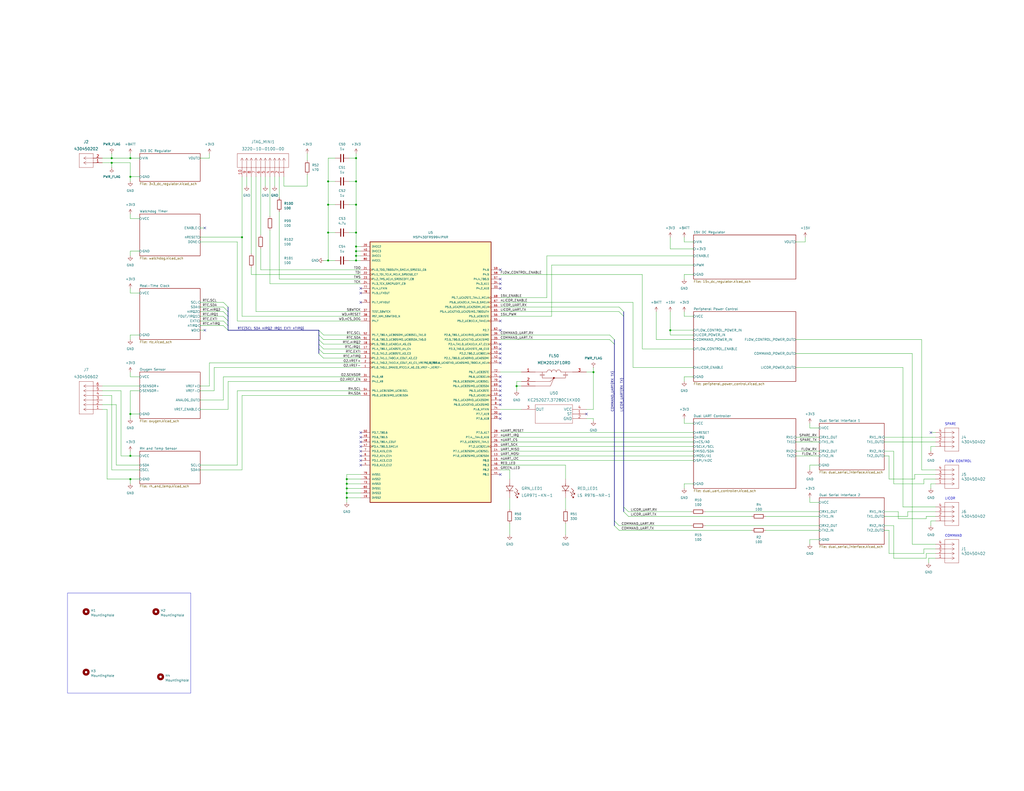
<source format=kicad_sch>
(kicad_sch (version 20230121) (generator eeschema)
  (paper "C")
  (title_block (title "PCO2 Sensor Board") (rev "201") (company "Engineering") (comment 2 "Matt Casari") (comment 4 "DRAFT"))
  (junction (at 179.07 127))
  (junction (at 194.31 139.7))
  (junction (at 71.12 86.36))
  (junction (at 323.85 203.2))
  (junction (at 132.08 129.54))
  (junction (at 194.31 142.24))
  (junction (at 189.23 266.7))
  (junction (at 365.76 180.34))
  (junction (at 60.96 88.9))
  (junction (at 189.23 264.16))
  (junction (at 189.23 271.78))
  (junction (at 179.07 142.24))
  (junction (at 194.31 127))
  (junction (at 179.07 99.06))
  (junction (at 189.23 261.62))
  (junction (at 281.94 210.82))
  (junction (at 71.12 96.52))
  (junction (at 71.12 226.06))
  (junction (at 71.12 261.62))
  (junction (at 194.31 134.62))
  (junction (at 194.31 86.36))
  (junction (at 179.07 111.76))
  (junction (at 194.31 99.06))
  (junction (at 71.12 248.92))
  (junction (at 189.23 269.24))
  (junction (at 194.31 137.16))
  (junction (at 60.96 86.36))
  (junction (at 194.31 111.76))
  (no_connect (at 273.05 226.06))
  (no_connect (at 196.85 236.22))
  (no_connect (at 273.05 205.74))
  (no_connect (at 273.05 187.96))
  (no_connect (at 111.76 180.34))
  (no_connect (at 273.05 193.04))
  (no_connect (at 196.85 241.3))
  (no_connect (at 320.04 226.06))
  (no_connect (at 196.85 238.76))
  (no_connect (at 273.05 195.58))
  (no_connect (at 196.85 157.48))
  (no_connect (at 273.05 208.28))
  (no_connect (at 273.05 210.82))
  (no_connect (at 273.05 180.34))
  (no_connect (at 273.05 190.5))
  (no_connect (at 273.05 154.94))
  (no_connect (at 273.05 147.32))
  (no_connect (at 273.05 218.44))
  (no_connect (at 508 236.22))
  (no_connect (at 273.05 220.98))
  (no_connect (at 273.05 228.6))
  (no_connect (at 273.05 215.9))
  (no_connect (at 273.05 213.36))
  (no_connect (at 196.85 165.1))
  (no_connect (at 196.85 254))
  (no_connect (at 196.85 160.02))
  (no_connect (at 196.85 243.84))
  (no_connect (at 196.85 251.46))
  (no_connect (at 111.76 124.46))
  (no_connect (at 273.05 259.08))
  (no_connect (at 273.05 198.12))
  (no_connect (at 273.05 175.26))
  (no_connect (at 273.05 152.4))
  (no_connect (at 196.85 248.92))
  (no_connect (at 196.85 246.38))
  (no_connect (at 273.05 157.48))
  (bus_entry (at 173.99 185.42) (size 2.54 2.54))
  (bus_entry (at 173.99 182.88) (size 2.54 2.54))
  (bus_entry (at 173.99 193.04) (size 2.54 2.54))
  (bus_entry (at 173.99 187.96) (size 2.54 2.54))
  (bus_entry (at 173.99 190.5) (size 2.54 2.54))
  (bus_entry (at 335.28 187.96) (size -2.54 -2.54))
  (bus_entry (at 335.28 185.42) (size -2.54 -2.54))
  (bus_entry (at 340.36 172.72) (size -2.54 -2.54))
  (bus_entry (at 340.36 170.18) (size -2.54 -2.54))
  (bus_entry (at 173.99 180.34) (size 2.54 2.54))
  (bus_entry (at 342.9 279.4) (size -2.54 -2.54))
  (bus_entry (at 337.82 287.02) (size -2.54 -2.54))
  (bus_entry (at 342.9 281.94) (size -2.54 -2.54))
  (bus_entry (at 337.82 289.56) (size -2.54 -2.54))
  (bus_entry (at 121.92 172.72) (size 2.54 2.54))
  (bus_entry (at 121.92 167.64) (size 2.54 2.54))
  (bus_entry (at 121.92 170.18) (size 2.54 2.54))
  (bus_entry (at 121.92 165.1) (size 2.54 2.54))
  (bus_entry (at 121.92 175.26) (size 2.54 2.54))
  (bus_entry (at 121.92 177.8) (size 2.54 2.54))
  (wire (pts (xy 278.13 271.78) (xy 278.13 278.13)))
  (wire (pts (xy 502.92 185.42) (xy 502.92 256.54)))
  (wire (pts (xy 373.38 231.14) (xy 378.46 231.14)))
  (wire (pts (xy 495.3 281.94) (xy 482.6 281.94)))
  (wire (pts (xy 485.14 248.92) (xy 485.14 261.62)))
  (wire (pts (xy 497.84 297.18) (xy 510.54 297.18)))
  (wire (pts (xy 273.05 149.86) (xy 350.52 149.86)))
  (wire (pts (xy 273.05 246.38) (xy 378.46 246.38)))
  (wire (pts (xy 281.94 210.82) (xy 281.94 213.36)))
  (wire (pts (xy 194.31 86.36) (xy 194.31 99.06)))
  (wire (pts (xy 485.14 261.62) (xy 499.11 261.62)))
  (wire (pts (xy 71.12 228.6) (xy 71.12 226.06)))
  (wire (pts (xy 482.6 241.3) (xy 510.54 241.3)))
  (wire (pts (xy 109.22 175.26) (xy 121.92 175.26)))
  (wire (pts (xy 63.5 254) (xy 76.2 254)))
  (bus (pts (xy 340.36 170.18) (xy 340.36 172.72)))
  (wire (pts (xy 179.07 99.06) (xy 179.07 111.76)))
  (wire (pts (xy 179.07 142.24) (xy 182.88 142.24)))
  (wire (pts (xy 55.88 210.82) (xy 76.2 210.82)))
  (wire (pts (xy 109.22 167.64) (xy 121.92 167.64)))
  (wire (pts (xy 194.31 83.82) (xy 194.31 86.36)))
  (wire (pts (xy 434.34 200.66) (xy 492.76 200.66)))
  (wire (pts (xy 504.19 299.72) (xy 510.54 299.72)))
  (wire (pts (xy 176.53 182.88) (xy 196.85 182.88)))
  (bus (pts (xy 173.99 193.04) (xy 173.99 190.5)))
  (wire (pts (xy 60.96 88.9) (xy 71.12 88.9)))
  (wire (pts (xy 485.14 302.26) (xy 504.19 302.26)))
  (bus (pts (xy 173.99 180.34) (xy 124.46 180.34)))
  (wire (pts (xy 152.4 115.57) (xy 152.4 152.4)))
  (wire (pts (xy 189.23 271.78) (xy 196.85 271.78)))
  (wire (pts (xy 439.42 132.08) (xy 439.42 129.54)))
  (wire (pts (xy 179.07 111.76) (xy 182.88 111.76)))
  (wire (pts (xy 487.68 246.38) (xy 487.68 264.16)))
  (wire (pts (xy 505.46 283.21) (xy 505.46 281.94)))
  (wire (pts (xy 504.19 302.26) (xy 504.19 299.72)))
  (wire (pts (xy 373.38 266.7) (xy 373.38 264.16)))
  (wire (pts (xy 278.13 256.54) (xy 278.13 261.62)))
  (wire (pts (xy 365.76 180.34) (xy 378.46 180.34)))
  (wire (pts (xy 508 264.16) (xy 508 266.7)))
  (wire (pts (xy 373.38 264.16) (xy 378.46 264.16)))
  (wire (pts (xy 273.05 165.1) (xy 345.44 165.1)))
  (wire (pts (xy 499.11 261.62) (xy 499.11 259.08)))
  (wire (pts (xy 71.12 119.38) (xy 71.12 116.84)))
  (wire (pts (xy 273.05 241.3) (xy 378.46 241.3)))
  (wire (pts (xy 76.2 137.16) (xy 71.12 137.16)))
  (wire (pts (xy 116.84 200.66) (xy 196.85 200.66)))
  (wire (pts (xy 71.12 185.42) (xy 71.12 182.88)))
  (wire (pts (xy 342.9 279.4) (xy 377.19 279.4)))
  (wire (pts (xy 109.22 180.34) (xy 111.76 180.34)))
  (wire (pts (xy 196.85 198.12) (xy 114.3 198.12)))
  (wire (pts (xy 132.08 215.9) (xy 132.08 256.54)))
  (wire (pts (xy 441.96 231.14) (xy 441.96 233.68)))
  (wire (pts (xy 298.45 139.7) (xy 378.46 139.7)))
  (wire (pts (xy 320.04 223.52) (xy 323.85 223.52)))
  (wire (pts (xy 350.52 149.86) (xy 350.52 190.5)))
  (wire (pts (xy 441.96 271.78) (xy 441.96 274.32)))
  (wire (pts (xy 129.54 254) (xy 129.54 213.36)))
  (wire (pts (xy 124.46 223.52) (xy 124.46 208.28)))
  (wire (pts (xy 194.31 111.76) (xy 194.31 127)))
  (wire (pts (xy 190.5 142.24) (xy 194.31 142.24)))
  (wire (pts (xy 273.05 170.18) (xy 337.82 170.18)))
  (wire (pts (xy 116.84 213.36) (xy 116.84 200.66)))
  (wire (pts (xy 323.85 203.2) (xy 320.04 203.2)))
  (wire (pts (xy 109.22 170.18) (xy 121.92 170.18)))
  (wire (pts (xy 273.05 236.22) (xy 378.46 236.22)))
  (wire (pts (xy 167.64 101.6) (xy 154.94 101.6)))
  (wire (pts (xy 508 287.02) (xy 508 284.48)))
  (bus (pts (xy 173.99 190.5) (xy 173.99 187.96)))
  (wire (pts (xy 323.85 228.6) (xy 323.85 229.87)))
  (bus (pts (xy 335.28 187.96) (xy 335.28 284.48)))
  (wire (pts (xy 504.19 261.62) (xy 510.54 261.62)))
  (wire (pts (xy 176.53 187.96) (xy 196.85 187.96)))
  (wire (pts (xy 189.23 259.08) (xy 189.23 261.62)))
  (wire (pts (xy 510.54 302.26) (xy 505.46 302.26)))
  (wire (pts (xy 63.5 220.98) (xy 63.5 254)))
  (wire (pts (xy 189.23 261.62) (xy 196.85 261.62)))
  (wire (pts (xy 114.3 198.12) (xy 114.3 210.82)))
  (wire (pts (xy 189.23 264.16) (xy 189.23 261.62)))
  (wire (pts (xy 495.3 279.4) (xy 495.3 281.94)))
  (wire (pts (xy 66.04 213.36) (xy 55.88 213.36)))
  (wire (pts (xy 129.54 175.26) (xy 196.85 175.26)))
  (wire (pts (xy 273.05 251.46) (xy 378.46 251.46)))
  (wire (pts (xy 358.14 170.18) (xy 358.14 185.42)))
  (wire (pts (xy 132.08 172.72) (xy 196.85 172.72)))
  (wire (pts (xy 308.61 254) (xy 308.61 261.62)))
  (wire (pts (xy 447.04 254) (xy 441.96 254)))
  (wire (pts (xy 441.96 274.32) (xy 447.04 274.32)))
  (wire (pts (xy 499.11 259.08) (xy 510.54 259.08)))
  (wire (pts (xy 139.7 170.18) (xy 196.85 170.18)))
  (wire (pts (xy 196.85 215.9) (xy 132.08 215.9)))
  (wire (pts (xy 194.31 134.62) (xy 194.31 137.16)))
  (wire (pts (xy 129.54 213.36) (xy 196.85 213.36)))
  (wire (pts (xy 434.34 132.08) (xy 439.42 132.08)))
  (wire (pts (xy 417.83 281.94) (xy 447.04 281.94)))
  (wire (pts (xy 365.76 182.88) (xy 378.46 182.88)))
  (wire (pts (xy 114.3 86.36) (xy 114.3 83.82)))
  (wire (pts (xy 273.05 238.76) (xy 378.46 238.76)))
  (wire (pts (xy 109.22 177.8) (xy 121.92 177.8)))
  (wire (pts (xy 373.38 170.18) (xy 373.38 172.72)))
  (wire (pts (xy 189.23 271.78) (xy 189.23 269.24)))
  (bus (pts (xy 124.46 172.72) (xy 124.46 175.26)))
  (wire (pts (xy 71.12 248.92) (xy 76.2 248.92)))
  (wire (pts (xy 167.64 95.25) (xy 167.64 101.6)))
  (wire (pts (xy 284.48 208.28) (xy 281.94 208.28)))
  (wire (pts (xy 71.12 88.9) (xy 71.12 96.52)))
  (wire (pts (xy 76.2 119.38) (xy 71.12 119.38)))
  (wire (pts (xy 147.32 96.52) (xy 147.32 118.11)))
  (wire (pts (xy 492.76 276.86) (xy 510.54 276.86)))
  (wire (pts (xy 490.22 279.4) (xy 490.22 283.21)))
  (wire (pts (xy 71.12 137.16) (xy 71.12 139.7)))
  (wire (pts (xy 55.88 86.36) (xy 60.96 86.36)))
  (wire (pts (xy 505.46 304.8) (xy 487.68 304.8)))
  (wire (pts (xy 109.22 132.08) (xy 129.54 132.08)))
  (wire (pts (xy 71.12 182.88) (xy 76.2 182.88)))
  (wire (pts (xy 434.34 248.92) (xy 447.04 248.92)))
  (wire (pts (xy 482.6 238.76) (xy 510.54 238.76)))
  (wire (pts (xy 281.94 208.28) (xy 281.94 210.82)))
  (wire (pts (xy 176.53 185.42) (xy 196.85 185.42)))
  (wire (pts (xy 502.92 256.54) (xy 510.54 256.54)))
  (wire (pts (xy 281.94 210.82) (xy 284.48 210.82)))
  (wire (pts (xy 482.6 289.56) (xy 485.14 289.56)))
  (wire (pts (xy 71.12 96.52) (xy 76.2 96.52)))
  (wire (pts (xy 384.81 287.02) (xy 447.04 287.02)))
  (wire (pts (xy 60.96 86.36) (xy 71.12 86.36)))
  (bus (pts (xy 173.99 185.42) (xy 173.99 182.88)))
  (wire (pts (xy 342.9 281.94) (xy 410.21 281.94)))
  (wire (pts (xy 179.07 86.36) (xy 182.88 86.36)))
  (wire (pts (xy 300.99 144.78) (xy 300.99 172.72)))
  (wire (pts (xy 278.13 285.75) (xy 278.13 292.1)))
  (wire (pts (xy 485.14 289.56) (xy 485.14 302.26)))
  (wire (pts (xy 508 236.22) (xy 510.54 236.22)))
  (wire (pts (xy 273.05 203.2) (xy 284.48 203.2)))
  (wire (pts (xy 66.04 213.36) (xy 66.04 248.92)))
  (wire (pts (xy 482.6 287.02) (xy 487.68 287.02)))
  (wire (pts (xy 134.62 96.52) (xy 134.62 101.6)))
  (wire (pts (xy 508 243.84) (xy 510.54 243.84)))
  (wire (pts (xy 60.96 215.9) (xy 60.96 256.54)))
  (wire (pts (xy 142.24 96.52) (xy 142.24 128.27)))
  (wire (pts (xy 71.12 246.38) (xy 71.12 248.92)))
  (wire (pts (xy 55.88 223.52) (xy 58.42 223.52)))
  (wire (pts (xy 142.24 147.32) (xy 196.85 147.32)))
  (wire (pts (xy 71.12 160.02) (xy 71.12 157.48)))
  (wire (pts (xy 194.31 139.7) (xy 196.85 139.7)))
  (wire (pts (xy 441.96 233.68) (xy 447.04 233.68)))
  (wire (pts (xy 373.38 132.08) (xy 378.46 132.08)))
  (wire (pts (xy 58.42 223.52) (xy 58.42 261.62)))
  (wire (pts (xy 189.23 266.7) (xy 189.23 264.16)))
  (wire (pts (xy 71.12 96.52) (xy 71.12 99.06)))
  (wire (pts (xy 447.04 294.64) (xy 441.96 294.64)))
  (wire (pts (xy 194.31 139.7) (xy 194.31 142.24)))
  (wire (pts (xy 55.88 88.9) (xy 60.96 88.9)))
  (wire (pts (xy 298.45 162.56) (xy 273.05 162.56)))
  (wire (pts (xy 132.08 129.54) (xy 132.08 172.72)))
  (wire (pts (xy 337.82 289.56) (xy 410.21 289.56)))
  (wire (pts (xy 147.32 154.94) (xy 196.85 154.94)))
  (wire (pts (xy 190.5 127) (xy 194.31 127)))
  (wire (pts (xy 189.23 259.08) (xy 196.85 259.08)))
  (wire (pts (xy 109.22 129.54) (xy 132.08 129.54)))
  (wire (pts (xy 194.31 99.06) (xy 194.31 111.76)))
  (bus (pts (xy 173.99 182.88) (xy 173.99 180.34)))
  (wire (pts (xy 384.81 279.4) (xy 447.04 279.4)))
  (wire (pts (xy 176.53 195.58) (xy 196.85 195.58)))
  (wire (pts (xy 482.6 279.4) (xy 490.22 279.4)))
  (wire (pts (xy 373.38 228.6) (xy 373.38 231.14)))
  (wire (pts (xy 273.05 185.42) (xy 332.74 185.42)))
  (wire (pts (xy 179.07 127) (xy 179.07 142.24)))
  (wire (pts (xy 139.7 96.52) (xy 139.7 170.18)))
  (wire (pts (xy 189.23 274.32) (xy 189.23 271.78)))
  (wire (pts (xy 320.04 228.6) (xy 323.85 228.6)))
  (wire (pts (xy 176.53 142.24) (xy 179.07 142.24)))
  (wire (pts (xy 365.76 135.89) (xy 378.46 135.89)))
  (wire (pts (xy 176.53 190.5) (xy 196.85 190.5)))
  (bus (pts (xy 173.99 187.96) (xy 173.99 185.42)))
  (wire (pts (xy 179.07 86.36) (xy 179.07 99.06)))
  (wire (pts (xy 365.76 129.54) (xy 365.76 135.89)))
  (wire (pts (xy 487.68 287.02) (xy 487.68 304.8)))
  (bus (pts (xy 124.46 170.18) (xy 124.46 172.72)))
  (bus (pts (xy 340.36 276.86) (xy 340.36 279.4)))
  (wire (pts (xy 60.96 88.9) (xy 60.96 91.44)))
  (wire (pts (xy 55.88 220.98) (xy 63.5 220.98)))
  (wire (pts (xy 121.92 205.74) (xy 196.85 205.74)))
  (wire (pts (xy 300.99 144.78) (xy 378.46 144.78)))
  (wire (pts (xy 337.82 287.02) (xy 377.19 287.02)))
  (wire (pts (xy 76.2 205.74) (xy 71.12 205.74)))
  (wire (pts (xy 71.12 160.02) (xy 76.2 160.02)))
  (wire (pts (xy 323.85 223.52) (xy 323.85 203.2)))
  (wire (pts (xy 60.96 215.9) (xy 55.88 215.9)))
  (wire (pts (xy 152.4 96.52) (xy 152.4 107.95)))
  (wire (pts (xy 154.94 96.52) (xy 154.94 101.6)))
  (wire (pts (xy 273.05 223.52) (xy 284.48 223.52)))
  (wire (pts (xy 147.32 125.73) (xy 147.32 154.94)))
  (wire (pts (xy 510.54 279.4) (xy 495.3 279.4)))
  (wire (pts (xy 490.22 283.21) (xy 505.46 283.21)))
  (bus (pts (xy 124.46 177.8) (xy 124.46 180.34)))
  (wire (pts (xy 114.3 210.82) (xy 109.22 210.82)))
  (wire (pts (xy 142.24 135.89) (xy 142.24 147.32)))
  (wire (pts (xy 58.42 261.62) (xy 71.12 261.62)))
  (wire (pts (xy 121.92 218.44) (xy 121.92 205.74)))
  (wire (pts (xy 109.22 218.44) (xy 121.92 218.44)))
  (wire (pts (xy 482.6 246.38) (xy 487.68 246.38)))
  (wire (pts (xy 417.83 289.56) (xy 447.04 289.56)))
  (wire (pts (xy 124.46 208.28) (xy 196.85 208.28)))
  (wire (pts (xy 434.34 246.38) (xy 447.04 246.38)))
  (wire (pts (xy 109.22 165.1) (xy 121.92 165.1)))
  (wire (pts (xy 190.5 99.06) (xy 194.31 99.06)))
  (wire (pts (xy 506.73 304.8) (xy 510.54 304.8)))
  (wire (pts (xy 194.31 137.16) (xy 196.85 137.16)))
  (wire (pts (xy 132.08 96.52) (xy 132.08 129.54)))
  (wire (pts (xy 167.64 83.82) (xy 167.64 87.63)))
  (wire (pts (xy 308.61 285.75) (xy 308.61 292.1)))
  (wire (pts (xy 189.23 266.7) (xy 196.85 266.7)))
  (wire (pts (xy 189.23 264.16) (xy 196.85 264.16)))
  (wire (pts (xy 194.31 127) (xy 194.31 134.62)))
  (wire (pts (xy 373.38 129.54) (xy 373.38 132.08)))
  (bus (pts (xy 340.36 172.72) (xy 340.36 276.86)))
  (wire (pts (xy 109.22 172.72) (xy 121.92 172.72)))
  (wire (pts (xy 365.76 170.18) (xy 365.76 180.34)))
  (wire (pts (xy 273.05 182.88) (xy 332.74 182.88)))
  (wire (pts (xy 71.12 205.74) (xy 71.12 203.2)))
  (wire (pts (xy 345.44 165.1) (xy 345.44 200.66)))
  (wire (pts (xy 179.07 127) (xy 182.88 127)))
  (wire (pts (xy 434.34 238.76) (xy 447.04 238.76)))
  (wire (pts (xy 273.05 248.92) (xy 378.46 248.92)))
  (wire (pts (xy 273.05 167.64) (xy 337.82 167.64)))
  (wire (pts (xy 109.22 223.52) (xy 124.46 223.52)))
  (wire (pts (xy 71.12 261.62) (xy 76.2 261.62)))
  (wire (pts (xy 109.22 124.46) (xy 111.76 124.46)))
  (wire (pts (xy 373.38 205.74) (xy 378.46 205.74)))
  (wire (pts (xy 273.05 256.54) (xy 278.13 256.54)))
  (bus (pts (xy 124.46 175.26) (xy 124.46 177.8)))
  (wire (pts (xy 508 246.38) (xy 508 243.84)))
  (wire (pts (xy 373.38 149.86) (xy 373.38 152.4)))
  (wire (pts (xy 373.38 208.28) (xy 373.38 205.74)))
  (wire (pts (xy 60.96 83.82) (xy 60.96 86.36)))
  (wire (pts (xy 179.07 99.06) (xy 182.88 99.06)))
  (bus (pts (xy 335.28 284.48) (xy 335.28 287.02)))
  (wire (pts (xy 189.23 269.24) (xy 196.85 269.24)))
  (wire (pts (xy 378.46 149.86) (xy 373.38 149.86)))
  (wire (pts (xy 345.44 200.66) (xy 378.46 200.66)))
  (wire (pts (xy 505.46 302.26) (xy 505.46 304.8)))
  (wire (pts (xy 190.5 86.36) (xy 194.31 86.36)))
  (wire (pts (xy 60.96 256.54) (xy 76.2 256.54)))
  (wire (pts (xy 189.23 269.24) (xy 189.23 266.7)))
  (wire (pts (xy 76.2 213.36) (xy 71.12 213.36)))
  (wire (pts (xy 441.96 254) (xy 441.96 256.54)))
  (wire (pts (xy 508 284.48) (xy 510.54 284.48)))
  (wire (pts (xy 497.84 193.04) (xy 497.84 297.18)))
  (wire (pts (xy 194.31 134.62) (xy 196.85 134.62)))
  (wire (pts (xy 365.76 180.34) (xy 365.76 182.88)))
  (wire (pts (xy 505.46 281.94) (xy 510.54 281.94)))
  (wire (pts (xy 504.19 264.16) (xy 504.19 261.62)))
  (wire (pts (xy 298.45 139.7) (xy 298.45 162.56)))
  (wire (pts (xy 109.22 254) (xy 129.54 254)))
  (wire (pts (xy 323.85 200.66) (xy 323.85 203.2)))
  (wire (pts (xy 492.76 200.66) (xy 492.76 276.86)))
  (wire (pts (xy 144.78 101.6) (xy 144.78 96.52)))
  (wire (pts (xy 137.16 149.86) (xy 196.85 149.86)))
  (wire (pts (xy 300.99 172.72) (xy 273.05 172.72)))
  (wire (pts (xy 109.22 213.36) (xy 116.84 213.36)))
  (wire (pts (xy 137.16 146.05) (xy 137.16 149.86)))
  (wire (pts (xy 273.05 254) (xy 308.61 254)))
  (wire (pts (xy 179.07 111.76) (xy 179.07 127)))
  (wire (pts (xy 71.12 83.82) (xy 71.12 86.36)))
  (bus (pts (xy 335.28 185.42) (xy 335.28 187.96)))
  (wire (pts (xy 510.54 264.16) (xy 508 264.16)))
  (wire (pts (xy 350.52 190.5) (xy 378.46 190.5)))
  (wire (pts (xy 109.22 256.54) (xy 132.08 256.54)))
  (wire (pts (xy 71.12 264.16) (xy 71.12 261.62)))
  (wire (pts (xy 194.31 137.16) (xy 194.31 139.7)))
  (wire (pts (xy 358.14 185.42) (xy 378.46 185.42)))
  (wire (pts (xy 482.6 248.92) (xy 485.14 248.92)))
  (wire (pts (xy 434.34 185.42) (xy 502.92 185.42)))
  (wire (pts (xy 373.38 172.72) (xy 378.46 172.72)))
  (wire (pts (xy 176.53 193.04) (xy 196.85 193.04)))
  (wire (pts (xy 487.68 264.16) (xy 504.19 264.16)))
  (wire (pts (xy 434.34 193.04) (xy 497.84 193.04)))
  (wire (pts (xy 137.16 96.52) (xy 137.16 138.43)))
  (wire (pts (xy 441.96 294.64) (xy 441.96 297.18)))
  (bus (pts (xy 124.46 167.64) (xy 124.46 170.18)))
  (wire (pts (xy 66.04 248.92) (xy 71.12 248.92)))
  (wire (pts (xy 506.73 307.34) (xy 506.73 304.8)))
  (wire (pts (xy 149.86 96.52) (xy 149.86 101.6)))
  (wire (pts (xy 109.22 86.36) (xy 114.3 86.36)))
  (wire (pts (xy 129.54 132.08) (xy 129.54 175.26)))
  (wire (pts (xy 308.61 271.78) (xy 308.61 278.13)))
  (wire (pts (xy 190.5 111.76) (xy 194.31 111.76)))
  (wire (pts (xy 71.12 86.36) (xy 76.2 86.36)))
  (wire (pts (xy 434.34 241.3) (xy 447.04 241.3)))
  (wire (pts (xy 194.31 142.24) (xy 196.85 142.24)))
  (wire (pts (xy 71.12 226.06) (xy 76.2 226.06)))
  (wire (pts (xy 152.4 152.4) (xy 196.85 152.4)))
  (wire (pts (xy 273.05 243.84) (xy 378.46 243.84)))
  (wire (pts (xy 71.12 213.36) (xy 71.12 226.06)))
  (rectangle (start 36.83 323.85) (end 104.14 378.46))
  (text "FLOW CONTROL" (at 515.62 252.73 0) (effects (font (size 1.27 1.27)) (justify left bottom)))
  (text "LICOR" (at 515.62 273.05 0) (effects (font (size 1.27 1.27)) (justify left bottom)))
  (text "SPARE" (at 515.62 232.41 0) (effects (font (size 1.27 1.27)) (justify left bottom)))
  (text "COMMAND" (at 515.62 293.37 0) (effects (font (size 1.27 1.27)) (justify left bottom)))
  (label "FLOW_CONTROL_ENABLE" (at 273.05 149.86 0))
  (label "LICOR_UART{RX TX}" (at 340.36 224.79 90))
  (label "RH.SCL" (at 196.85 213.36 180))
  (label "nUART_RESET" (at 273.05 236.22 0))
  (label "RTC.SDA" (at 110.49 167.64 0))
  (label "WD.nRESET" (at 196.85 172.72 180))
  (label "15V_ENABLE" (at 273.05 162.56 0))
  (label "RTC.SCL" (at 110.49 165.1 0))
  (label "SPARE_TX" (at 445.77 241.3 180))
  (label "WD.nCS_DOG" (at 196.85 175.26 180))
  (label "nLICOR_ENABLE" (at 273.05 165.1 0))
  (label "RTC.SDA" (at 196.85 185.42 180))
  (label "UART_MOSI" (at 273.05 248.92 0))
  (label "RTC.IRQ1" (at 110.49 172.72 0))
  (label "COMMAND_UART.RX" (at 339.09 287.02 0))
  (label "SPARE_RX" (at 445.77 238.76 180))
  (label "O2.SENSOR" (at 196.85 205.74 180))
  (label "RTC.EXTI" (at 196.85 193.04 180))
  (label "COMMAND_UART{RX TX}" (at 335.28 224.79 90))
  (label "TCK" (at 196.85 154.94 180))
  (label "TDO" (at 196.85 147.32 180))
  (label "GREEN_LED" (at 273.05 256.54 0))
  (label "RED_LED" (at 273.05 254 0))
  (label "RTC.SCL" (at 196.85 182.88 180))
  (label "UART_SCK" (at 273.05 243.84 0))
  (label "LICOR_UART.RX" (at 273.05 167.64 0))
  (label "TDI" (at 196.85 149.86 180))
  (label "RTC.IRQ1" (at 196.85 190.5 180))
  (label "FLOW_TX" (at 445.77 248.92 180))
  (label "RTC.nTIRQ" (at 196.85 195.58 180))
  (label "O2.VREF_EN" (at 196.85 208.28 180))
  (label "RTC.EXTI" (at 110.49 175.26 0))
  (label "COMMAND_UART.TX" (at 339.09 289.56 0))
  (label "FLOW_RX" (at 445.77 246.38 180))
  (label "UART_MISO" (at 273.05 246.38 0))
  (label "nUART_CS" (at 273.05 241.3 0))
  (label "RTC.nIRQ2" (at 196.85 187.96 180))
  (label "RH.SDA" (at 196.85 215.9 180))
  (label "TMS" (at 196.85 152.4 180))
  (label "RTC{SCL SDA nIRQ2 IRQ1 EXTI nTIRQ}" (at 129.54 180.34 0))
  (label "COMMAND_UART.RX" (at 273.05 182.88 0))
  (label "RTC.nIRQ2" (at 110.49 170.18 0))
  (label "O2.VREF-" (at 196.85 200.66 180))
  (label "SBWTCK" (at 196.85 170.18 180))
  (label "O2.VREF+" (at 196.85 198.12 180))
  (label "RTC.nTIRQ" (at 110.49 177.8 0))
  (label "LICOR_UART.RX" (at 344.17 279.4 0))
  (label "COMMAND_UART.TX" (at 273.05 185.42 0))
  (label "LICOR_UART.TX" (at 344.17 281.94 0))
  (label "15V_PWM" (at 273.05 172.72 0))
  (label "nUART_IRQ" (at 273.05 238.76 0))
  (label "nUART_I2C" (at 273.05 251.46 0))
  (label "LICOR_UART.TX" (at 273.05 170.18 0))
  (symbol (lib_id "power:+3V3") (at 71.12 203.2 0) (unit 1)
    (property "Reference" "#PWR08" (effects hide))
    (property "Value" "+3V3" (at 71.12 198.12 0))
  )
  (symbol (lib_id "power:+15V") (at 365.76 170.18 0) (unit 1)
    (property "Reference" "#PWR026" (effects hide))
    (property "Value" "+15V" (at 365.76 165.1 0))
  )
  (symbol (lib_id "Device:R") (at 137.16 142.24 180) (unit 1)
    (property "Reference" "R101" (at 154.94 140.97 0) (effects (justify right)))
    (property "Value" "100" (at 154.94 143.51 0) (effects (justify right)))
    (property "Footprint" "Resistor_SMD:R_0805_2012Metric" (effects hide))
    (property "MPN" "CRCW0805100RFKEAC" (effects hide))
  )
  (symbol (lib_id "power:GND") (at 441.96 256.54 0) (unit 1)
    (property "Reference" "#PWR034" (effects hide))
    (property "Value" "GND" (at 441.96 261.62 0))
  )
  (symbol (lib_id "Device:R") (at 381 279.4 270) (unit 1)
    (property "Reference" "R10" (at 381 273.05 90))
    (property "Value" "100" (at 381 275.59 90))
    (property "Footprint" "Resistor_SMD:R_0805_2012Metric" (effects hide))
    (property "MPN" "CRCW0805100RFKEAC" (effects hide))
  )
  (symbol (lib_id "pco2-sensor-board:430450402") (at 510.54 304.8 0) (mirror x) (unit 1)
    (property "Reference" "J1" (at 524.51 299.72 0) (effects (font (size 1.524 1.524)) (justify left)))
    (property "Value" "430450402" (at 524.51 302.26 0) (effects (font (size 1.524 1.524)) (justify left)))
    (property "Footprint" "pco2-sensor-board:430450402" (effects hide))
    (property "MPN" "430450402" (effects hide))
  )
  (symbol (lib_id "power:+BATT") (at 71.12 83.82 0) (unit 1)
    (property "Reference" "#PWR01" (effects hide))
    (property "Value" "+BATT" (at 71.12 78.74 0))
  )
  (symbol (lib_id "Device:R") (at 152.4 111.76 180) (unit 1)
    (property "Reference" "R100" (at 154.94 111.125 0) (effects (justify right)))
    (property "Value" "100" (at 154.94 113.665 0) (effects (justify right)))
    (property "Footprint" "Resistor_SMD:R_0805_2012Metric" (effects hide))
    (property "MPN" "CRCW0805100RFKEAC" (effects hide))
  )
  (symbol (lib_id "power:GND") (at 281.94 213.36 0) (unit 1)
    (property "Reference" "#PWR021" (effects hide))
    (property "Value" "GND" (at 281.94 218.44 0))
  )
  (symbol (lib_id "Mechanical:MountingHole") (at 46.99 367.03 0) (unit 1)
    (property "Reference" "H3" (at 49.53 366.395 0) (effects (justify left)))
    (property "Value" "MountingHole" (at 49.53 368.935 0) (effects (justify left)))
    (property "Footprint" "MountingHole:MountingHole_6.4mm_M6" (effects hide))
  )
  (symbol (lib_id "power:GND") (at 278.13 292.1 0) (unit 1)
    (property "Reference" "#PWR020" (effects hide))
    (property "Value" "GND" (at 278.13 297.18 0))
  )
  (symbol (lib_id "power:PWR_FLAG") (at 60.96 83.82 0) (unit 1)
    (property "Reference" "#FLG0104" (effects hide))
    (property "Value" "PWR_FLAG" (at 60.96 78.74 0))
  )
  (symbol (lib_id "power:GND") (at 323.85 229.87 0) (unit 1)
    (property "Reference" "#PWR023" (effects hide))
    (property "Value" "GND" (at 323.85 234.95 0))
  )
  (symbol (lib_id "pco2-sensor-board:430450602") (at 55.88 223.52 180) (unit 1)
    (property "Reference" "J7" (at 46.99 201.93 0) (effects (font (size 1.524 1.524))))
    (property "Value" "430450602" (at 46.99 205.74 0) (effects (font (size 1.524 1.524))))
    (property "Footprint" "pco2-sensor-board:430450602" (effects hide))
    (property "MPN" "430450602" (effects hide))
  )
  (symbol (lib_id "power:PWR_FLAG") (at 323.85 200.66 0) (unit 1)
    (property "Reference" "#FLG0101" (effects hide))
    (property "Value" "PWR_FLAG" (at 323.85 195.58 0))
  )
  (symbol (lib_id "power:GND") (at 71.12 99.06 0) (unit 1)
    (property "Reference" "#PWR03" (effects hide))
    (property "Value" "GND" (at 71.12 104.14 0))
  )
  (symbol (lib_id "power:+3V3") (at 194.31 83.82 0) (unit 1)
    (property "Reference" "#PWR019" (effects hide))
    (property "Value" "+3V3" (at 194.31 78.74 0))
  )
  (symbol (lib_id "pco2-sensor-board:SG-210STF 7.3728ML") (at 320.04 223.52 0) (mirror y) (unit 1)
    (property "Reference" "U50" (at 302.26 214.63 0) (effects (font (size 1.524 1.524))))
    (property "Value" "KC2520Z7.37280C1KX00" (at 302.26 218.44 0) (effects (font (size 1.524 1.524))))
    (property "Footprint" "pco2-sensor-board:SG-210STF 7.3728ML" (effects hide))
    (property "MPN" "SG-210STF 7.3728ML" (effects hide))
  )
  (symbol (lib_id "pco2-sensor-board:LGR971-KN-1") (at 278.13 261.62 270) (unit 1)
    (property "Reference" "GRN_LED1" (at 284.48 266.7 90) (effects (font (size 1.524 1.524)) (justify left)))
    (property "Value" "LGR971-KN-1" (at 284.48 270.51 90) (effects (font (size 1.524 1.524)) (justify left)))
    (property "Footprint" "pco2-sensor-board:LGR971-KN-1" (effects hide))
    (property "MPN" "LGR971-KN-1" (effects hide))
  )
  (symbol (lib_id "power:GND") (at 506.73 307.34 0) (unit 1)
    (property "Reference" "#PWR037" (effects hide))
    (property "Value" "GND" (at 506.73 312.42 0))
  )
  (symbol (lib_id "power:+3V3") (at 441.96 271.78 0) (unit 1)
    (property "Reference" "#PWR035" (effects hide))
    (property "Value" "+3V3" (at 441.96 266.7 0))
  )
  (symbol (lib_id "power:+3V3") (at 373.38 170.18 0) (unit 1)
    (property "Reference" "#PWR029" (effects hide))
    (property "Value" "+3V3" (at 373.38 165.1 0))
  )
  (symbol (lib_id "power:+3V3") (at 71.12 157.48 0) (unit 1)
    (property "Reference" "#PWR06" (effects hide))
    (property "Value" "+3V3" (at 71.12 152.4 0))
  )
  (symbol (lib_id "power:GND") (at 71.12 228.6 0) (unit 1)
    (property "Reference" "#PWR09" (effects hide))
    (property "Value" "GND" (at 71.12 233.68 0))
  )
  (symbol (lib_id "power:+3V3") (at 441.96 231.14 0) (unit 1)
    (property "Reference" "#PWR033" (effects hide))
    (property "Value" "+3V3" (at 441.96 226.06 0))
  )
  (symbol (lib_id "power:GND") (at 441.96 297.18 0) (unit 1)
    (property "Reference" "#PWR036" (effects hide))
    (property "Value" "GND" (at 441.96 302.26 0))
  )
  (symbol (lib_id "Device:R") (at 414.02 289.56 270) (unit 1)
    (property "Reference" "R2" (at 414.02 293.37 90))
    (property "Value" "100" (at 414.02 295.91 90))
    (property "Footprint" "Resistor_SMD:R_0805_2012Metric" (effects hide))
    (property "MPN" "CRCW0805100RFKEAC" (effects hide))
  )
  (symbol (lib_id "Mechanical:MountingHole") (at 87.63 369.57 0) (unit 1)
    (property "Reference" "H4" (at 90.17 368.935 0) (effects (justify left)))
    (property "Value" "MountingHole" (at 90.17 371.475 0) (effects (justify left)))
    (property "Footprint" "MountingHole:MountingHole_6.4mm_M6" (effects hide))
  )
  (symbol (lib_id "power:+BATT") (at 373.38 129.54 0) (unit 1)
    (property "Reference" "#PWR027" (effects hide))
    (property "Value" "+BATT" (at 373.38 124.46 0))
  )
  (symbol (lib_id "pco2-sensor-board:LSR976-NR-1") (at 308.61 261.62 270) (unit 1)
    (property "Reference" "RED_LED1" (at 314.96 266.7 90) (effects (font (size 1.524 1.524)) (justify left)))
    (property "Value" "LS R976-NR-1" (at 314.96 270.51 90) (effects (font (size 1.524 1.524)) (justify left)))
    (property "Footprint" "pco2-sensor-board:LGR971-KN-1" (effects hide))
    (property "MPN" "LS R976-NR-1" (effects hide))
  )
  (symbol (lib_id "Mechanical:MountingHole") (at 85.09 334.01 0) (unit 1)
    (property "Reference" "H2" (at 87.63 333.375 0) (effects (justify left)))
    (property "Value" "MountingHole" (at 87.63 335.915 0) (effects (justify left)))
    (property "Footprint" "MountingHole:MountingHole_6.4mm_M6" (effects hide))
  )
  (symbol (lib_id "Device:R") (at 414.02 281.94 270) (unit 1)
    (property "Reference" "R4" (at 414.02 275.59 90))
    (property "Value" "100" (at 414.02 278.13 90))
    (property "Footprint" "Resistor_SMD:R_0805_2012Metric" (effects hide))
    (property "MPN" "CRCW0805100RFKEAC" (effects hide))
  )
  (symbol (lib_id "Device:C") (at 186.69 99.06 90) (unit 1)
    (property "Reference" "C51" (at 186.69 91.44 90))
    (property "Value" "1u" (at 186.69 93.98 90))
    (property "Footprint" "Capacitor_SMD:C_0805_2012Metric" (effects hide))
    (property "MPN" "CC0805KKX7R7BB105" (effects hide))
  )
  (symbol (lib_id "Device:R") (at 167.64 91.44 180) (unit 1)
    (property "Reference" "R52" (at 170.18 90.1699 0) (effects (justify right)))
    (property "Value" "470" (at 170.18 92.7099 0) (effects (justify right)))
    (property "Footprint" "Resistor_SMD:R_0805_2012Metric" (effects hide))
    (property "MPN" "CRCW0805470RFKEAC" (effects hide))
  )
  (symbol (lib_id "power:GND") (at 149.86 101.6 0) (unit 1)
    (property "Reference" "#PWR015" (effects hide))
    (property "Value" "GND" (at 149.86 106.68 0))
  )
  (symbol (lib_id "pco2-sensor-board:MEM2012F10R0") (at 284.48 203.2 0) (unit 1)
    (property "Reference" "FL50" (at 302.26 194.31 0) (effects (font (size 1.524 1.524))))
    (property "Value" "MEM2012F10R0" (at 302.26 198.12 0) (effects (font (size 1.524 1.524))))
    (property "Footprint" "pco2-sensor-board:MEM2012F10R0" (effects hide))
    (property "MPN" "MEM2012F10R0" (effects hide))
  )
  (symbol (lib_id "power:GND") (at 373.38 266.7 0) (unit 1)
    (property "Reference" "#PWR032" (effects hide))
    (property "Value" "GND" (at 373.38 271.78 0))
  )
  (symbol (lib_id "power:GND") (at 176.53 142.24 270) (unit 1)
    (property "Reference" "#PWR017" (effects hide))
    (property "Value" "GND" (at 173.99 142.24 90) (effects (justify right)))
  )
  (symbol (lib_id "power:+3V3") (at 71.12 246.38 0) (unit 1)
    (property "Reference" "#PWR010" (effects hide))
    (property "Value" "+3V3" (at 71.12 241.3 0))
  )
  (symbol (lib_id "power:+3V3") (at 114.3 83.82 0) (unit 1)
    (property "Reference" "#PWR012" (effects hide))
    (property "Value" "+3V3" (at 114.3 78.74 0))
  )
  (symbol (lib_id "power:GND") (at 373.38 208.28 0) (unit 1)
    (property "Reference" "#PWR030" (effects hide))
    (property "Value" "GND" (at 373.38 213.36 0))
  )
  (symbol (lib_id "power:+3V3") (at 365.76 129.54 0) (unit 1)
    (property "Reference" "#PWR025" (effects hide))
    (property "Value" "+3V3" (at 365.76 124.46 0))
  )
  (symbol (lib_id "pco2-sensor-board:430450202") (at 55.88 88.9 180) (unit 1)
    (property "Reference" "J2" (at 46.99 77.47 0) (effects (font (size 1.524 1.524))))
    (property "Value" "430450202" (at 46.99 81.28 0) (effects (font (size 1.524 1.524))))
    (property "Footprint" "pco2-sensor-board:430450202" (effects hide))
    (property "MPN" "430450202" (effects hide))
  )
  (symbol (lib_id "power:+BATT") (at 358.14 170.18 0) (unit 1)
    (property "Reference" "#PWR024" (effects hide))
    (property "Value" "+BATT" (at 358.14 165.1 0))
  )
  (symbol (lib_id "pco2-sensor-board:MSP430FR5994IPNR") (at 234.95 198.12 0) (unit 1)
    (property "Reference" "U5" (at 234.95 127 0))
    (property "Value" "MSP430FR5994IPNR" (at 234.95 129.54 0))
    (property "Footprint" "pco2-sensor-board:MSP430FR5994IPNR" (effects hide))
  )
  (symbol (lib_id "power:GND") (at 144.78 101.6 0) (unit 1)
    (property "Reference" "#PWR014" (effects hide))
    (property "Value" "GND" (at 144.78 106.68 0))
  )
  (symbol (lib_id "Device:R") (at 381 287.02 270) (unit 1)
    (property "Reference" "R15" (at 381 292.1 90))
    (property "Value" "100" (at 381 294.64 90))
    (property "Footprint" "Resistor_SMD:R_0805_2012Metric" (effects hide))
    (property "MPN" "CRCW0805100RFKEAC" (effects hide))
  )
  (symbol (lib_id "power:GND") (at 508 246.38 0) (unit 1)
    (property "Reference" "#PWR038" (effects hide))
    (property "Value" "GND" (at 508 251.46 0))
  )
  (symbol (lib_id "Device:C") (at 186.69 127 90) (unit 1)
    (property "Reference" "C53" (at 186.69 119.38 90))
    (property "Value" "4.7u" (at 186.69 121.92 90))
    (property "Footprint" "Capacitor_SMD:C_0805_2012Metric" (effects hide))
    (property "MPN" "CL21A475KAQNNNE" (effects hide))
  )
  (symbol (lib_id "power:GND") (at 308.61 292.1 0) (unit 1)
    (property "Reference" "#PWR022" (effects hide))
    (property "Value" "GND" (at 308.61 297.18 0))
  )
  (symbol (lib_id "Mechanical:MountingHole") (at 46.99 334.01 0) (unit 1)
    (property "Reference" "H1" (at 49.53 333.375 0) (effects (justify left)))
    (property "Value" "MountingHole" (at 49.53 335.915 0) (effects (justify left)))
    (property "Footprint" "MountingHole:MountingHole_6.4mm_M6" (effects hide))
  )
  (symbol (lib_id "Device:R") (at 308.61 281.94 180) (unit 1)
    (property "Reference" "R51" (at 311.15 280.6699 0) (effects (justify right)))
    (property "Value" "330" (at 311.15 283.2099 0) (effects (justify right)))
    (property "Footprint" "Resistor_SMD:R_0805_2012Metric" (effects hide))
    (property "MPN" "CRCW0805330RFKEAC" (effects hide))
  )
  (symbol (lib_id "Device:R") (at 278.13 281.94 180) (unit 1)
    (property "Reference" "R50" (at 280.67 280.6699 0) (effects (justify right)))
    (property "Value" "330" (at 280.67 283.2099 0) (effects (justify right)))
    (property "Footprint" "Resistor_SMD:R_0805_2012Metric" (effects hide))
    (property "MPN" "CRCW0805330RFKEAC" (effects hide))
  )
  (symbol (lib_id "power:GND") (at 71.12 264.16 0) (unit 1)
    (property "Reference" "#PWR011" (effects hide))
    (property "Value" "GND" (at 71.12 269.24 0))
  )
  (symbol (lib_id "power:+3V3") (at 373.38 228.6 0) (unit 1)
    (property "Reference" "#PWR031" (effects hide))
    (property "Value" "+3V3" (at 373.38 223.52 0))
  )
  (symbol (lib_id "power:GND") (at 134.62 101.6 0) (unit 1)
    (property "Reference" "#PWR013" (effects hide))
    (property "Value" "GND" (at 134.62 106.68 0))
  )
  (symbol (lib_id "power:GND") (at 508 266.7 0) (unit 1)
    (property "Reference" "#PWR039" (effects hide))
    (property "Value" "GND" (at 508 271.78 0))
  )
  (symbol (lib_id "power:GND") (at 189.23 274.32 0) (unit 1)
    (property "Reference" "#PWR018" (effects hide))
    (property "Value" "GND" (at 189.23 279.4 0))
  )
  (symbol (lib_id "power:GND") (at 373.38 152.4 0) (unit 1)
    (property "Reference" "#PWR028" (effects hide))
    (property "Value" "GND" (at 373.38 157.48 0))
  )
  (symbol (lib_id "Device:C") (at 186.69 111.76 90) (unit 1)
    (property "Reference" "C52" (at 186.69 104.14 90))
    (property "Value" "1u" (at 186.69 106.68 90))
    (property "Footprint" "Capacitor_SMD:C_0805_2012Metric" (effects hide))
    (property "MPN" "CC0805KKX7R7BB105" (effects hide))
  )
  (symbol (lib_id "power:+3V3") (at 167.64 83.82 0) (unit 1)
    (property "Reference" "#PWR016" (effects hide))
    (property "Value" "+3V3" (at 167.64 78.74 0))
  )
  (symbol (lib_id "power:+15V") (at 439.42 129.54 0) (unit 1)
    (property "Reference" "#PWR0103" (effects hide))
    (property "Value" "+15V" (at 439.42 124.46 0))
  )
  (symbol (lib_id "pco2-sensor-board:430450402") (at 510.54 264.16 0) (mirror x) (unit 1)
    (property "Reference" "J5" (at 524.51 259.08 0) (effects (font (size 1.524 1.524)) (justify left)))
    (property "Value" "430450402" (at 524.51 261.62 0) (effects (font (size 1.524 1.524)) (justify left)))
    (property "Footprint" "pco2-sensor-board:430450402" (effects hide))
    (property "MPN" "430450402" (effects hide))
  )
  (symbol (lib_id "Device:C") (at 186.69 86.36 270) (unit 1)
    (property "Reference" "C50" (at 186.69 78.74 90))
    (property "Value" "1u" (at 186.69 81.28 90))
    (property "Footprint" "Capacitor_SMD:C_0805_2012Metric" (effects hide))
    (property "MPN" "CC0805KKX7R7BB105" (effects hide))
  )
  (symbol (lib_id "power:GND") (at 508 287.02 0) (unit 1)
    (property "Reference" "#PWR040" (effects hide))
    (property "Value" "GND" (at 508 292.1 0))
  )
  (symbol (lib_id "pco2-sensor-board:3220-10-0100-00") (at 154.94 96.52 270) (mirror x) (unit 1)
    (property "Reference" "JTAG_MINI1" (at 143.51 77.47 90) (effects (font (size 1.524 1.524))))
    (property "Value" "3220-10-0100-00" (at 143.51 81.28 90) (effects (font (size 1.524 1.524))))
    (property "Footprint" "pco2-sensor-board:3220-10-0100-00" (effects hide))
    (property "MPN" "3220-10-0100-00" (effects hide))
  )
  (symbol (lib_id "power:GND") (at 71.12 185.42 0) (unit 1)
    (property "Reference" "#PWR07" (effects hide))
    (property "Value" "GND" (at 71.12 190.5 0))
  )
  (symbol (lib_id "power:PWR_FLAG") (at 60.96 91.44 180) (unit 1)
    (property "Reference" "#FLG0102" (effects hide))
    (property "Value" "PWR_FLAG" (at 60.96 96.52 0))
  )
  (symbol (lib_id "pco2-sensor-board:430450402") (at 510.54 243.84 0) (mirror x) (unit 1)
    (property "Reference" "J4" (at 524.51 238.76 0) (effects (font (size 1.524 1.524)) (justify left)))
    (property "Value" "430450402" (at 524.51 241.3 0) (effects (font (size 1.524 1.524)) (justify left)))
    (property "Footprint" "pco2-sensor-board:430450402" (effects hide))
    (property "MPN" "430450402" (effects hide))
  )
  (symbol (lib_id "power:GND") (at 71.12 139.7 0) (unit 1)
    (property "Reference" "#PWR05" (effects hide))
    (property "Value" "GND" (at 71.12 144.78 0))
  )
  (symbol (lib_id "Device:R") (at 147.32 121.92 180) (unit 1)
    (property "Reference" "R99" (at 154.94 120.65 0) (effects (justify right)))
    (property "Value" "100" (at 154.94 123.19 0) (effects (justify right)))
    (property "Footprint" "Resistor_SMD:R_0805_2012Metric" (effects hide))
    (property "MPN" "CRCW0805100RFKEAC" (effects hide))
  )
  (symbol (lib_id "pco2-sensor-board:430450402") (at 510.54 284.48 0) (mirror x) (unit 1)
    (property "Reference" "J6" (at 524.51 279.4 0) (effects (font (size 1.524 1.524)) (justify left)))
    (property "Value" "430450402" (at 524.51 281.94 0) (effects (font (size 1.524 1.524)) (justify left)))
    (property "Footprint" "pco2-sensor-board:430450402" (effects hide))
    (property "MPN" "430450402" (effects hide))
  )
  (symbol (lib_id "Device:R") (at 142.24 132.08 180) (unit 1)
    (property "Reference" "R102" (at 154.94 130.81 0) (effects (justify right)))
    (property "Value" "100" (at 154.94 133.35 0) (effects (justify right)))
    (property "Footprint" "Resistor_SMD:R_0805_2012Metric" (effects hide))
    (property "MPN" "CRCW0805100RFKEAC" (effects hide))
  )
  (symbol (lib_id "power:+3V3") (at 71.12 116.84 0) (unit 1)
    (property "Reference" "#PWR04" (effects hide))
    (property "Value" "+3V3" (at 71.12 111.76 0))
  )
  (symbol (lib_id "Device:C") (at 186.69 142.24 90) (unit 1)
    (property "Reference" "C54" (at 186.69 134.62 90))
    (property "Value" "1u" (at 186.69 137.16 90))
    (property "Footprint" "Capacitor_SMD:C_0805_2012Metric" (effects hide))
    (property "MPN" "CC0805KKX7R7BB105" (effects hide))
  )
  (sheet (at 447.04 271.78) (size 35.56 25.4) (stroke (width 0.1524))
    (property "Sheetname" "Dual Serial Interface 2" (at 447.04 271.0684 0) (effects (justify left bottom)))
    (property "Sheetfile" "dual_serial_interface.kicad_sch" (at 447.04 297.7646 0) (effects (justify left top)))
    (pin "TX2_IN" input (at 447.04 289.56 180))
    (pin "RX1_OUT" output (at 447.04 279.4 180))
    (pin "TX1_IN" input (at 447.04 281.94 180))
    (pin "RX2_OUT" output (at 447.04 287.02 180))
    (pin "RX1_IN" input (at 482.6 279.4 0))
    (pin "TX1_OUT" output (at 482.6 281.94 0))
    (pin "TX2_OUT" output (at 482.6 289.56 0))
    (pin "RX2_IN" input (at 482.6 287.02 0))
    (pin "VCC" input (at 447.04 274.32 180))
    (pin "GND" input (at 447.04 294.64 180))
  )
  (sheet (at 76.2 157.48) (size 33.02 27.94) (stroke (width 0.1524))
    (property "Sheetname" "Real-Time Clock" (at 76.2 156.7684 0) (effects (justify left bottom)))
    (property "Sheetfile" "rtc.kicad_sch" (at 76.2 186.0046 0) (effects (justify left top)))
    (pin "VCC" input (at 76.2 160.02 180))
    (pin "GND" input (at 76.2 182.88 180))
    (pin "SCL" input (at 109.22 165.1 0))
    (pin "EXTI" output (at 109.22 175.26 0))
    (pin "nTIRQ" input (at 109.22 177.8 0))
    (pin "SDA" tri_state (at 109.22 167.64 0))
    (pin "nIRQ2" output (at 109.22 170.18 0))
    (pin "FOUT{slash}IRQ1" output (at 109.22 172.72 0))
    (pin "WDI" output (at 109.22 180.34 0))
  )
  (sheet (at 447.04 231.14) (size 35.56 25.4) (stroke (width 0.1524))
    (property "Sheetname" "Dual Serial Interface 1" (at 447.04 230.4284 0) (effects (justify left bottom)))
    (property "Sheetfile" "dual_serial_interface.kicad_sch" (at 447.04 257.1246 0) (effects (justify left top)))
    (pin "VCC" input (at 447.04 233.68 180))
    (pin "GND" input (at 447.04 254 180))
    (pin "TX2_OUT" output (at 482.6 248.92 0))
    (pin "TX1_OUT" output (at 482.6 241.3 0))
    (pin "RX2_IN" input (at 482.6 246.38 0))
    (pin "RX1_IN" input (at 482.6 238.76 0))
    (pin "TX1_IN" input (at 447.04 241.3 180))
    (pin "TX2_IN" input (at 447.04 248.92 180))
    (pin "RX1_OUT" output (at 447.04 238.76 180))
    (pin "RX2_OUT" output (at 447.04 246.38 180))
  )
  (sheet (at 76.2 116.84) (size 33.02 22.86) (stroke (width 0.1524))
    (property "Sheetname" "Watchdog Timer" (at 76.2 116.1284 0) (effects (justify left bottom)))
    (property "Sheetfile" "watchdog.kicad_sch" (at 76.2 140.2846 0) (effects (justify left top)))
    (pin "ENABLE" input (at 109.22 124.46 0))
    (pin "GND" input (at 76.2 137.16 180))
    (pin "DONE" input (at 109.22 132.08 0))
    (pin "VCC" input (at 76.2 119.38 180))
    (pin "nRESET" output (at 109.22 129.54 0))
  )
  (sheet (at 76.2 246.38) (size 33.02 17.78) (stroke (width 0.1524))
    (property "Sheetname" "RH and Temp Sensor" (at 76.2 245.6684 0) (effects (justify left bottom)))
    (property "Sheetfile" "rh_and_temp.kicad_sch" (at 76.2 264.7446 0) (effects (justify left top)))
    (pin "VCC" input (at 76.2 248.92 180))
    (pin "SCL" output (at 76.2 256.54 180))
    (pin "SCL" input (at 109.22 254 0))
    (pin "SDA" bidirectional (at 109.22 256.54 0))
    (pin "SDA" bidirectional (at 76.2 254 180))
    (pin "GND" input (at 76.2 261.62 180))
  )
  (sheet (at 378.46 228.6) (size 55.88 38.1) (stroke (width 0.1524))
    (property "Sheetname" "Dual UART Controller" (at 378.46 227.8884 0) (effects (justify left bottom)))
    (property "Sheetfile" "dual_uart_controller.kicad_sch" (at 378.46 267.2846 0) (effects (justify left top)))
    (pin "nIRQ" output (at 378.46 238.76 180))
    (pin "MOSI{slash}A1" input (at 378.46 248.92 180))
    (pin "SPI{slash}nI2C" input (at 378.46 251.46 180))
    (pin "SCLK{slash}SCL" input (at 378.46 243.84 180))
    (pin "nCS{slash}A0" input (at 378.46 241.3 180))
    (pin "MISO{slash}SDA" input (at 378.46 246.38 180))
    (pin "nRESET" input (at 378.46 236.22 180))
    (pin "VCC" input (at 378.46 231.14 180))
    (pin "GND" input (at 378.46 264.16 180))
    (pin "TX2" output (at 434.34 248.92 0))
    (pin "TX1" output (at 434.34 241.3 0))
    (pin "RX2" input (at 434.34 246.38 0))
    (pin "RX1" input (at 434.34 238.76 0))
  )
  (sheet (at 378.46 170.18) (size 55.88 38.1) (stroke (width 0.1524))
    (property "Sheetname" "Peripheral Power Control" (at 378.46 169.4684 0) (effects (justify left bottom)))
    (property "Sheetfile" "peripheral_power_control.kicad_sch" (at 378.46 208.8646 0) (effects (justify left top)))
    (pin "FLOW_CONTROL_POWER_OUT" output (at 434.34 185.42 0))
    (pin "FLOW_CONTROL_POWER_IN" input (at 378.46 180.34 180))
    (pin "FLOW_CONTROL_ENABLE" input (at 378.46 190.5 180))
    (pin "LICOR_POWER_IN" input (at 378.46 182.88 180))
    (pin "LICOR_POWER_OUT" output (at 434.34 200.66 0))
    (pin "nLICOR_ENABLE" input (at 378.46 200.66 180))
    (pin "VCC" input (at 378.46 172.72 180))
    (pin "GND" input (at 378.46 205.74 180))
    (pin "COMMAND_POWER_IN" input (at 378.46 185.42 180))
    (pin "COMMAND_POWER_OUT" output (at 434.34 193.04 0))
  )
  (sheet (at 378.46 128.27) (size 55.88 24.13) (stroke (width 0.1524))
    (property "Sheetname" "15V DC Regulator" (at 378.46 127.5584 0) (effects (justify left bottom)))
    (property "Sheetfile" "15v_dc_regulator.kicad_sch" (at 378.46 152.9846 0) (effects (justify left top)))
    (pin "ENABLE" input (at 378.46 139.7 180))
    (pin "PWM" input (at 378.46 144.78 180))
    (pin "VOUT" output (at 434.34 132.08 0))
    (pin "VIN" input (at 378.46 132.08 180))
    (pin "GND" input (at 378.46 149.86 180))
    (pin "+3V3" input (at 378.46 135.89 180))
  )
  (sheet (at 76.2 83.82) (size 33.02 15.24) (stroke (width 0.1524))
    (property "Sheetname" "3V3 DC Regulator" (at 76.2 83.1084 0) (effects (justify left bottom)))
    (property "Sheetfile" "3v3_dc_regulator.kicad_sch" (at 76.2 99.6446 0) (effects (justify left top)))
    (pin "VOUT" output (at 109.22 86.36 0))
    (pin "VIN" input (at 76.2 86.36 180))
    (pin "GND" input (at 76.2 96.52 180))
  )
  (sheet (at 76.2 203.2) (size 33.02 25.4) (stroke (width 0.1524))
    (property "Sheetname" "Oxygen Sensor" (at 76.2 202.4884 0) (effects (justify left bottom)))
    (property "Sheetfile" "oxygen.kicad_sch" (at 76.2 229.1846 0) (effects (justify left top)))
    (pin "VCC" input (at 76.2 205.74 180))
    (pin "GND" input (at 76.2 226.06 180))
    (pin "SENSOR+" input (at 76.2 210.82 180))
    (pin "VREF_ENABLE" input (at 109.22 223.52 0))
    (pin "ANALOG_OUT" output (at 109.22 218.44 0))
    (pin "VREF+" output (at 109.22 210.82 0))
    (pin "VREF-" output (at 109.22 213.36 0))
    (pin "SENSOR-" input (at 76.2 213.36 180))
  )
)
</source>
